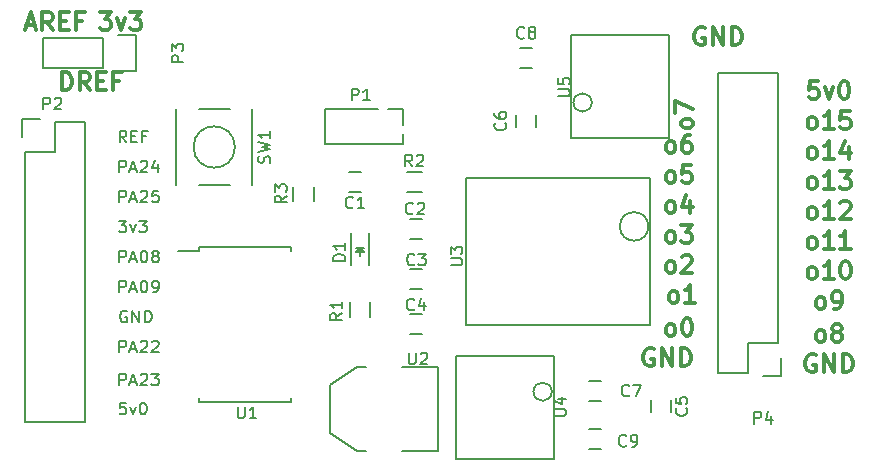
<source format=gto>
G04 #@! TF.FileFunction,Legend,Top*
%FSLAX46Y46*%
G04 Gerber Fmt 4.6, Leading zero omitted, Abs format (unit mm)*
G04 Created by KiCad (PCBNEW 4.0.1-stable) date Wednesday, August 10, 2016 'PMt' 07:16:23 PM*
%MOMM*%
G01*
G04 APERTURE LIST*
%ADD10C,0.100000*%
%ADD11C,0.300000*%
%ADD12C,0.150000*%
G04 APERTURE END LIST*
D10*
D11*
X120725715Y-116248571D02*
X120725715Y-114748571D01*
X121082858Y-114748571D01*
X121297143Y-114820000D01*
X121440001Y-114962857D01*
X121511429Y-115105714D01*
X121582858Y-115391429D01*
X121582858Y-115605714D01*
X121511429Y-115891429D01*
X121440001Y-116034286D01*
X121297143Y-116177143D01*
X121082858Y-116248571D01*
X120725715Y-116248571D01*
X123082858Y-116248571D02*
X122582858Y-115534286D01*
X122225715Y-116248571D02*
X122225715Y-114748571D01*
X122797143Y-114748571D01*
X122940001Y-114820000D01*
X123011429Y-114891429D01*
X123082858Y-115034286D01*
X123082858Y-115248571D01*
X123011429Y-115391429D01*
X122940001Y-115462857D01*
X122797143Y-115534286D01*
X122225715Y-115534286D01*
X123725715Y-115462857D02*
X124225715Y-115462857D01*
X124440001Y-116248571D02*
X123725715Y-116248571D01*
X123725715Y-114748571D01*
X124440001Y-114748571D01*
X125582858Y-115462857D02*
X125082858Y-115462857D01*
X125082858Y-116248571D02*
X125082858Y-114748571D01*
X125797144Y-114748571D01*
X123944287Y-109668571D02*
X124872858Y-109668571D01*
X124372858Y-110240000D01*
X124587144Y-110240000D01*
X124730001Y-110311429D01*
X124801430Y-110382857D01*
X124872858Y-110525714D01*
X124872858Y-110882857D01*
X124801430Y-111025714D01*
X124730001Y-111097143D01*
X124587144Y-111168571D01*
X124158572Y-111168571D01*
X124015715Y-111097143D01*
X123944287Y-111025714D01*
X125372858Y-110168571D02*
X125730001Y-111168571D01*
X126087143Y-110168571D01*
X126515715Y-109668571D02*
X127444286Y-109668571D01*
X126944286Y-110240000D01*
X127158572Y-110240000D01*
X127301429Y-110311429D01*
X127372858Y-110382857D01*
X127444286Y-110525714D01*
X127444286Y-110882857D01*
X127372858Y-111025714D01*
X127301429Y-111097143D01*
X127158572Y-111168571D01*
X126730000Y-111168571D01*
X126587143Y-111097143D01*
X126515715Y-111025714D01*
X117713429Y-110740000D02*
X118427715Y-110740000D01*
X117570572Y-111168571D02*
X118070572Y-109668571D01*
X118570572Y-111168571D01*
X119927715Y-111168571D02*
X119427715Y-110454286D01*
X119070572Y-111168571D02*
X119070572Y-109668571D01*
X119642000Y-109668571D01*
X119784858Y-109740000D01*
X119856286Y-109811429D01*
X119927715Y-109954286D01*
X119927715Y-110168571D01*
X119856286Y-110311429D01*
X119784858Y-110382857D01*
X119642000Y-110454286D01*
X119070572Y-110454286D01*
X120570572Y-110382857D02*
X121070572Y-110382857D01*
X121284858Y-111168571D02*
X120570572Y-111168571D01*
X120570572Y-109668571D01*
X121284858Y-109668571D01*
X122427715Y-110382857D02*
X121927715Y-110382857D01*
X121927715Y-111168571D02*
X121927715Y-109668571D01*
X122642001Y-109668571D01*
X172152572Y-137076571D02*
X172009714Y-137005143D01*
X171938286Y-136933714D01*
X171866857Y-136790857D01*
X171866857Y-136362286D01*
X171938286Y-136219429D01*
X172009714Y-136148000D01*
X172152572Y-136076571D01*
X172366857Y-136076571D01*
X172509714Y-136148000D01*
X172581143Y-136219429D01*
X172652572Y-136362286D01*
X172652572Y-136790857D01*
X172581143Y-136933714D01*
X172509714Y-137005143D01*
X172366857Y-137076571D01*
X172152572Y-137076571D01*
X173581143Y-135576571D02*
X173724000Y-135576571D01*
X173866857Y-135648000D01*
X173938286Y-135719429D01*
X174009715Y-135862286D01*
X174081143Y-136148000D01*
X174081143Y-136505143D01*
X174009715Y-136790857D01*
X173938286Y-136933714D01*
X173866857Y-137005143D01*
X173724000Y-137076571D01*
X173581143Y-137076571D01*
X173438286Y-137005143D01*
X173366857Y-136933714D01*
X173295429Y-136790857D01*
X173224000Y-136505143D01*
X173224000Y-136148000D01*
X173295429Y-135862286D01*
X173366857Y-135719429D01*
X173438286Y-135648000D01*
X173581143Y-135576571D01*
X175133143Y-111010000D02*
X174990286Y-110938571D01*
X174776000Y-110938571D01*
X174561715Y-111010000D01*
X174418857Y-111152857D01*
X174347429Y-111295714D01*
X174276000Y-111581429D01*
X174276000Y-111795714D01*
X174347429Y-112081429D01*
X174418857Y-112224286D01*
X174561715Y-112367143D01*
X174776000Y-112438571D01*
X174918857Y-112438571D01*
X175133143Y-112367143D01*
X175204572Y-112295714D01*
X175204572Y-111795714D01*
X174918857Y-111795714D01*
X175847429Y-112438571D02*
X175847429Y-110938571D01*
X176704572Y-112438571D01*
X176704572Y-110938571D01*
X177418858Y-112438571D02*
X177418858Y-110938571D01*
X177776001Y-110938571D01*
X177990286Y-111010000D01*
X178133144Y-111152857D01*
X178204572Y-111295714D01*
X178276001Y-111581429D01*
X178276001Y-111795714D01*
X178204572Y-112081429D01*
X178133144Y-112224286D01*
X177990286Y-112367143D01*
X177776001Y-112438571D01*
X177418858Y-112438571D01*
X172152572Y-121582571D02*
X172009714Y-121511143D01*
X171938286Y-121439714D01*
X171866857Y-121296857D01*
X171866857Y-120868286D01*
X171938286Y-120725429D01*
X172009714Y-120654000D01*
X172152572Y-120582571D01*
X172366857Y-120582571D01*
X172509714Y-120654000D01*
X172581143Y-120725429D01*
X172652572Y-120868286D01*
X172652572Y-121296857D01*
X172581143Y-121439714D01*
X172509714Y-121511143D01*
X172366857Y-121582571D01*
X172152572Y-121582571D01*
X173938286Y-120082571D02*
X173652572Y-120082571D01*
X173509715Y-120154000D01*
X173438286Y-120225429D01*
X173295429Y-120439714D01*
X173224000Y-120725429D01*
X173224000Y-121296857D01*
X173295429Y-121439714D01*
X173366857Y-121511143D01*
X173509715Y-121582571D01*
X173795429Y-121582571D01*
X173938286Y-121511143D01*
X174009715Y-121439714D01*
X174081143Y-121296857D01*
X174081143Y-120939714D01*
X174009715Y-120796857D01*
X173938286Y-120725429D01*
X173795429Y-120654000D01*
X173509715Y-120654000D01*
X173366857Y-120725429D01*
X173295429Y-120796857D01*
X173224000Y-120939714D01*
X174160571Y-119185428D02*
X174089143Y-119328286D01*
X174017714Y-119399714D01*
X173874857Y-119471143D01*
X173446286Y-119471143D01*
X173303429Y-119399714D01*
X173232000Y-119328286D01*
X173160571Y-119185428D01*
X173160571Y-118971143D01*
X173232000Y-118828286D01*
X173303429Y-118756857D01*
X173446286Y-118685428D01*
X173874857Y-118685428D01*
X174017714Y-118756857D01*
X174089143Y-118828286D01*
X174160571Y-118971143D01*
X174160571Y-119185428D01*
X172660571Y-118185428D02*
X172660571Y-117185428D01*
X174160571Y-117828285D01*
X172152572Y-124122571D02*
X172009714Y-124051143D01*
X171938286Y-123979714D01*
X171866857Y-123836857D01*
X171866857Y-123408286D01*
X171938286Y-123265429D01*
X172009714Y-123194000D01*
X172152572Y-123122571D01*
X172366857Y-123122571D01*
X172509714Y-123194000D01*
X172581143Y-123265429D01*
X172652572Y-123408286D01*
X172652572Y-123836857D01*
X172581143Y-123979714D01*
X172509714Y-124051143D01*
X172366857Y-124122571D01*
X172152572Y-124122571D01*
X174009715Y-122622571D02*
X173295429Y-122622571D01*
X173224000Y-123336857D01*
X173295429Y-123265429D01*
X173438286Y-123194000D01*
X173795429Y-123194000D01*
X173938286Y-123265429D01*
X174009715Y-123336857D01*
X174081143Y-123479714D01*
X174081143Y-123836857D01*
X174009715Y-123979714D01*
X173938286Y-124051143D01*
X173795429Y-124122571D01*
X173438286Y-124122571D01*
X173295429Y-124051143D01*
X173224000Y-123979714D01*
X172406572Y-134282571D02*
X172263714Y-134211143D01*
X172192286Y-134139714D01*
X172120857Y-133996857D01*
X172120857Y-133568286D01*
X172192286Y-133425429D01*
X172263714Y-133354000D01*
X172406572Y-133282571D01*
X172620857Y-133282571D01*
X172763714Y-133354000D01*
X172835143Y-133425429D01*
X172906572Y-133568286D01*
X172906572Y-133996857D01*
X172835143Y-134139714D01*
X172763714Y-134211143D01*
X172620857Y-134282571D01*
X172406572Y-134282571D01*
X174335143Y-134282571D02*
X173478000Y-134282571D01*
X173906572Y-134282571D02*
X173906572Y-132782571D01*
X173763715Y-132996857D01*
X173620857Y-133139714D01*
X173478000Y-133211143D01*
X172152572Y-129202571D02*
X172009714Y-129131143D01*
X171938286Y-129059714D01*
X171866857Y-128916857D01*
X171866857Y-128488286D01*
X171938286Y-128345429D01*
X172009714Y-128274000D01*
X172152572Y-128202571D01*
X172366857Y-128202571D01*
X172509714Y-128274000D01*
X172581143Y-128345429D01*
X172652572Y-128488286D01*
X172652572Y-128916857D01*
X172581143Y-129059714D01*
X172509714Y-129131143D01*
X172366857Y-129202571D01*
X172152572Y-129202571D01*
X173152572Y-127702571D02*
X174081143Y-127702571D01*
X173581143Y-128274000D01*
X173795429Y-128274000D01*
X173938286Y-128345429D01*
X174009715Y-128416857D01*
X174081143Y-128559714D01*
X174081143Y-128916857D01*
X174009715Y-129059714D01*
X173938286Y-129131143D01*
X173795429Y-129202571D01*
X173366857Y-129202571D01*
X173224000Y-129131143D01*
X173152572Y-129059714D01*
X172152572Y-131742571D02*
X172009714Y-131671143D01*
X171938286Y-131599714D01*
X171866857Y-131456857D01*
X171866857Y-131028286D01*
X171938286Y-130885429D01*
X172009714Y-130814000D01*
X172152572Y-130742571D01*
X172366857Y-130742571D01*
X172509714Y-130814000D01*
X172581143Y-130885429D01*
X172652572Y-131028286D01*
X172652572Y-131456857D01*
X172581143Y-131599714D01*
X172509714Y-131671143D01*
X172366857Y-131742571D01*
X172152572Y-131742571D01*
X173224000Y-130385429D02*
X173295429Y-130314000D01*
X173438286Y-130242571D01*
X173795429Y-130242571D01*
X173938286Y-130314000D01*
X174009715Y-130385429D01*
X174081143Y-130528286D01*
X174081143Y-130671143D01*
X174009715Y-130885429D01*
X173152572Y-131742571D01*
X174081143Y-131742571D01*
X172152572Y-126662571D02*
X172009714Y-126591143D01*
X171938286Y-126519714D01*
X171866857Y-126376857D01*
X171866857Y-125948286D01*
X171938286Y-125805429D01*
X172009714Y-125734000D01*
X172152572Y-125662571D01*
X172366857Y-125662571D01*
X172509714Y-125734000D01*
X172581143Y-125805429D01*
X172652572Y-125948286D01*
X172652572Y-126376857D01*
X172581143Y-126519714D01*
X172509714Y-126591143D01*
X172366857Y-126662571D01*
X172152572Y-126662571D01*
X173938286Y-125662571D02*
X173938286Y-126662571D01*
X173581143Y-125091143D02*
X173224000Y-126162571D01*
X174152572Y-126162571D01*
X170815143Y-138188000D02*
X170672286Y-138116571D01*
X170458000Y-138116571D01*
X170243715Y-138188000D01*
X170100857Y-138330857D01*
X170029429Y-138473714D01*
X169958000Y-138759429D01*
X169958000Y-138973714D01*
X170029429Y-139259429D01*
X170100857Y-139402286D01*
X170243715Y-139545143D01*
X170458000Y-139616571D01*
X170600857Y-139616571D01*
X170815143Y-139545143D01*
X170886572Y-139473714D01*
X170886572Y-138973714D01*
X170600857Y-138973714D01*
X171529429Y-139616571D02*
X171529429Y-138116571D01*
X172386572Y-139616571D01*
X172386572Y-138116571D01*
X173100858Y-139616571D02*
X173100858Y-138116571D01*
X173458001Y-138116571D01*
X173672286Y-138188000D01*
X173815144Y-138330857D01*
X173886572Y-138473714D01*
X173958001Y-138759429D01*
X173958001Y-138973714D01*
X173886572Y-139259429D01*
X173815144Y-139402286D01*
X173672286Y-139545143D01*
X173458001Y-139616571D01*
X173100858Y-139616571D01*
X184531143Y-138696000D02*
X184388286Y-138624571D01*
X184174000Y-138624571D01*
X183959715Y-138696000D01*
X183816857Y-138838857D01*
X183745429Y-138981714D01*
X183674000Y-139267429D01*
X183674000Y-139481714D01*
X183745429Y-139767429D01*
X183816857Y-139910286D01*
X183959715Y-140053143D01*
X184174000Y-140124571D01*
X184316857Y-140124571D01*
X184531143Y-140053143D01*
X184602572Y-139981714D01*
X184602572Y-139481714D01*
X184316857Y-139481714D01*
X185245429Y-140124571D02*
X185245429Y-138624571D01*
X186102572Y-140124571D01*
X186102572Y-138624571D01*
X186816858Y-140124571D02*
X186816858Y-138624571D01*
X187174001Y-138624571D01*
X187388286Y-138696000D01*
X187531144Y-138838857D01*
X187602572Y-138981714D01*
X187674001Y-139267429D01*
X187674001Y-139481714D01*
X187602572Y-139767429D01*
X187531144Y-139910286D01*
X187388286Y-140053143D01*
X187174001Y-140124571D01*
X186816858Y-140124571D01*
X184852572Y-137584571D02*
X184709714Y-137513143D01*
X184638286Y-137441714D01*
X184566857Y-137298857D01*
X184566857Y-136870286D01*
X184638286Y-136727429D01*
X184709714Y-136656000D01*
X184852572Y-136584571D01*
X185066857Y-136584571D01*
X185209714Y-136656000D01*
X185281143Y-136727429D01*
X185352572Y-136870286D01*
X185352572Y-137298857D01*
X185281143Y-137441714D01*
X185209714Y-137513143D01*
X185066857Y-137584571D01*
X184852572Y-137584571D01*
X186209715Y-136727429D02*
X186066857Y-136656000D01*
X185995429Y-136584571D01*
X185924000Y-136441714D01*
X185924000Y-136370286D01*
X185995429Y-136227429D01*
X186066857Y-136156000D01*
X186209715Y-136084571D01*
X186495429Y-136084571D01*
X186638286Y-136156000D01*
X186709715Y-136227429D01*
X186781143Y-136370286D01*
X186781143Y-136441714D01*
X186709715Y-136584571D01*
X186638286Y-136656000D01*
X186495429Y-136727429D01*
X186209715Y-136727429D01*
X186066857Y-136798857D01*
X185995429Y-136870286D01*
X185924000Y-137013143D01*
X185924000Y-137298857D01*
X185995429Y-137441714D01*
X186066857Y-137513143D01*
X186209715Y-137584571D01*
X186495429Y-137584571D01*
X186638286Y-137513143D01*
X186709715Y-137441714D01*
X186781143Y-137298857D01*
X186781143Y-137013143D01*
X186709715Y-136870286D01*
X186638286Y-136798857D01*
X186495429Y-136727429D01*
X184852572Y-134790571D02*
X184709714Y-134719143D01*
X184638286Y-134647714D01*
X184566857Y-134504857D01*
X184566857Y-134076286D01*
X184638286Y-133933429D01*
X184709714Y-133862000D01*
X184852572Y-133790571D01*
X185066857Y-133790571D01*
X185209714Y-133862000D01*
X185281143Y-133933429D01*
X185352572Y-134076286D01*
X185352572Y-134504857D01*
X185281143Y-134647714D01*
X185209714Y-134719143D01*
X185066857Y-134790571D01*
X184852572Y-134790571D01*
X186066857Y-134790571D02*
X186352572Y-134790571D01*
X186495429Y-134719143D01*
X186566857Y-134647714D01*
X186709715Y-134433429D01*
X186781143Y-134147714D01*
X186781143Y-133576286D01*
X186709715Y-133433429D01*
X186638286Y-133362000D01*
X186495429Y-133290571D01*
X186209715Y-133290571D01*
X186066857Y-133362000D01*
X185995429Y-133433429D01*
X185924000Y-133576286D01*
X185924000Y-133933429D01*
X185995429Y-134076286D01*
X186066857Y-134147714D01*
X186209715Y-134219143D01*
X186495429Y-134219143D01*
X186638286Y-134147714D01*
X186709715Y-134076286D01*
X186781143Y-133933429D01*
X184138287Y-132250571D02*
X183995429Y-132179143D01*
X183924001Y-132107714D01*
X183852572Y-131964857D01*
X183852572Y-131536286D01*
X183924001Y-131393429D01*
X183995429Y-131322000D01*
X184138287Y-131250571D01*
X184352572Y-131250571D01*
X184495429Y-131322000D01*
X184566858Y-131393429D01*
X184638287Y-131536286D01*
X184638287Y-131964857D01*
X184566858Y-132107714D01*
X184495429Y-132179143D01*
X184352572Y-132250571D01*
X184138287Y-132250571D01*
X186066858Y-132250571D02*
X185209715Y-132250571D01*
X185638287Y-132250571D02*
X185638287Y-130750571D01*
X185495430Y-130964857D01*
X185352572Y-131107714D01*
X185209715Y-131179143D01*
X186995429Y-130750571D02*
X187138286Y-130750571D01*
X187281143Y-130822000D01*
X187352572Y-130893429D01*
X187424001Y-131036286D01*
X187495429Y-131322000D01*
X187495429Y-131679143D01*
X187424001Y-131964857D01*
X187352572Y-132107714D01*
X187281143Y-132179143D01*
X187138286Y-132250571D01*
X186995429Y-132250571D01*
X186852572Y-132179143D01*
X186781143Y-132107714D01*
X186709715Y-131964857D01*
X186638286Y-131679143D01*
X186638286Y-131322000D01*
X186709715Y-131036286D01*
X186781143Y-130893429D01*
X186852572Y-130822000D01*
X186995429Y-130750571D01*
X184138287Y-129710571D02*
X183995429Y-129639143D01*
X183924001Y-129567714D01*
X183852572Y-129424857D01*
X183852572Y-128996286D01*
X183924001Y-128853429D01*
X183995429Y-128782000D01*
X184138287Y-128710571D01*
X184352572Y-128710571D01*
X184495429Y-128782000D01*
X184566858Y-128853429D01*
X184638287Y-128996286D01*
X184638287Y-129424857D01*
X184566858Y-129567714D01*
X184495429Y-129639143D01*
X184352572Y-129710571D01*
X184138287Y-129710571D01*
X186066858Y-129710571D02*
X185209715Y-129710571D01*
X185638287Y-129710571D02*
X185638287Y-128210571D01*
X185495430Y-128424857D01*
X185352572Y-128567714D01*
X185209715Y-128639143D01*
X187495429Y-129710571D02*
X186638286Y-129710571D01*
X187066858Y-129710571D02*
X187066858Y-128210571D01*
X186924001Y-128424857D01*
X186781143Y-128567714D01*
X186638286Y-128639143D01*
X184138287Y-127170571D02*
X183995429Y-127099143D01*
X183924001Y-127027714D01*
X183852572Y-126884857D01*
X183852572Y-126456286D01*
X183924001Y-126313429D01*
X183995429Y-126242000D01*
X184138287Y-126170571D01*
X184352572Y-126170571D01*
X184495429Y-126242000D01*
X184566858Y-126313429D01*
X184638287Y-126456286D01*
X184638287Y-126884857D01*
X184566858Y-127027714D01*
X184495429Y-127099143D01*
X184352572Y-127170571D01*
X184138287Y-127170571D01*
X186066858Y-127170571D02*
X185209715Y-127170571D01*
X185638287Y-127170571D02*
X185638287Y-125670571D01*
X185495430Y-125884857D01*
X185352572Y-126027714D01*
X185209715Y-126099143D01*
X186638286Y-125813429D02*
X186709715Y-125742000D01*
X186852572Y-125670571D01*
X187209715Y-125670571D01*
X187352572Y-125742000D01*
X187424001Y-125813429D01*
X187495429Y-125956286D01*
X187495429Y-126099143D01*
X187424001Y-126313429D01*
X186566858Y-127170571D01*
X187495429Y-127170571D01*
X184138287Y-124630571D02*
X183995429Y-124559143D01*
X183924001Y-124487714D01*
X183852572Y-124344857D01*
X183852572Y-123916286D01*
X183924001Y-123773429D01*
X183995429Y-123702000D01*
X184138287Y-123630571D01*
X184352572Y-123630571D01*
X184495429Y-123702000D01*
X184566858Y-123773429D01*
X184638287Y-123916286D01*
X184638287Y-124344857D01*
X184566858Y-124487714D01*
X184495429Y-124559143D01*
X184352572Y-124630571D01*
X184138287Y-124630571D01*
X186066858Y-124630571D02*
X185209715Y-124630571D01*
X185638287Y-124630571D02*
X185638287Y-123130571D01*
X185495430Y-123344857D01*
X185352572Y-123487714D01*
X185209715Y-123559143D01*
X186566858Y-123130571D02*
X187495429Y-123130571D01*
X186995429Y-123702000D01*
X187209715Y-123702000D01*
X187352572Y-123773429D01*
X187424001Y-123844857D01*
X187495429Y-123987714D01*
X187495429Y-124344857D01*
X187424001Y-124487714D01*
X187352572Y-124559143D01*
X187209715Y-124630571D01*
X186781143Y-124630571D01*
X186638286Y-124559143D01*
X186566858Y-124487714D01*
X184138287Y-122090571D02*
X183995429Y-122019143D01*
X183924001Y-121947714D01*
X183852572Y-121804857D01*
X183852572Y-121376286D01*
X183924001Y-121233429D01*
X183995429Y-121162000D01*
X184138287Y-121090571D01*
X184352572Y-121090571D01*
X184495429Y-121162000D01*
X184566858Y-121233429D01*
X184638287Y-121376286D01*
X184638287Y-121804857D01*
X184566858Y-121947714D01*
X184495429Y-122019143D01*
X184352572Y-122090571D01*
X184138287Y-122090571D01*
X186066858Y-122090571D02*
X185209715Y-122090571D01*
X185638287Y-122090571D02*
X185638287Y-120590571D01*
X185495430Y-120804857D01*
X185352572Y-120947714D01*
X185209715Y-121019143D01*
X187352572Y-121090571D02*
X187352572Y-122090571D01*
X186995429Y-120519143D02*
X186638286Y-121590571D01*
X187566858Y-121590571D01*
X184138287Y-119550571D02*
X183995429Y-119479143D01*
X183924001Y-119407714D01*
X183852572Y-119264857D01*
X183852572Y-118836286D01*
X183924001Y-118693429D01*
X183995429Y-118622000D01*
X184138287Y-118550571D01*
X184352572Y-118550571D01*
X184495429Y-118622000D01*
X184566858Y-118693429D01*
X184638287Y-118836286D01*
X184638287Y-119264857D01*
X184566858Y-119407714D01*
X184495429Y-119479143D01*
X184352572Y-119550571D01*
X184138287Y-119550571D01*
X186066858Y-119550571D02*
X185209715Y-119550571D01*
X185638287Y-119550571D02*
X185638287Y-118050571D01*
X185495430Y-118264857D01*
X185352572Y-118407714D01*
X185209715Y-118479143D01*
X187424001Y-118050571D02*
X186709715Y-118050571D01*
X186638286Y-118764857D01*
X186709715Y-118693429D01*
X186852572Y-118622000D01*
X187209715Y-118622000D01*
X187352572Y-118693429D01*
X187424001Y-118764857D01*
X187495429Y-118907714D01*
X187495429Y-119264857D01*
X187424001Y-119407714D01*
X187352572Y-119479143D01*
X187209715Y-119550571D01*
X186852572Y-119550571D01*
X186709715Y-119479143D01*
X186638286Y-119407714D01*
X184745430Y-115510571D02*
X184031144Y-115510571D01*
X183959715Y-116224857D01*
X184031144Y-116153429D01*
X184174001Y-116082000D01*
X184531144Y-116082000D01*
X184674001Y-116153429D01*
X184745430Y-116224857D01*
X184816858Y-116367714D01*
X184816858Y-116724857D01*
X184745430Y-116867714D01*
X184674001Y-116939143D01*
X184531144Y-117010571D01*
X184174001Y-117010571D01*
X184031144Y-116939143D01*
X183959715Y-116867714D01*
X185316858Y-116010571D02*
X185674001Y-117010571D01*
X186031143Y-116010571D01*
X186888286Y-115510571D02*
X187031143Y-115510571D01*
X187174000Y-115582000D01*
X187245429Y-115653429D01*
X187316858Y-115796286D01*
X187388286Y-116082000D01*
X187388286Y-116439143D01*
X187316858Y-116724857D01*
X187245429Y-116867714D01*
X187174000Y-116939143D01*
X187031143Y-117010571D01*
X186888286Y-117010571D01*
X186745429Y-116939143D01*
X186674000Y-116867714D01*
X186602572Y-116724857D01*
X186531143Y-116439143D01*
X186531143Y-116082000D01*
X186602572Y-115796286D01*
X186674000Y-115653429D01*
X186745429Y-115582000D01*
X186888286Y-115510571D01*
D12*
X126126953Y-142708381D02*
X125650762Y-142708381D01*
X125603143Y-143184571D01*
X125650762Y-143136952D01*
X125746000Y-143089333D01*
X125984096Y-143089333D01*
X126079334Y-143136952D01*
X126126953Y-143184571D01*
X126174572Y-143279810D01*
X126174572Y-143517905D01*
X126126953Y-143613143D01*
X126079334Y-143660762D01*
X125984096Y-143708381D01*
X125746000Y-143708381D01*
X125650762Y-143660762D01*
X125603143Y-143613143D01*
X126507905Y-143041714D02*
X126746000Y-143708381D01*
X126984096Y-143041714D01*
X127555524Y-142708381D02*
X127650763Y-142708381D01*
X127746001Y-142756000D01*
X127793620Y-142803619D01*
X127841239Y-142898857D01*
X127888858Y-143089333D01*
X127888858Y-143327429D01*
X127841239Y-143517905D01*
X127793620Y-143613143D01*
X127746001Y-143660762D01*
X127650763Y-143708381D01*
X127555524Y-143708381D01*
X127460286Y-143660762D01*
X127412667Y-143613143D01*
X127365048Y-143517905D01*
X127317429Y-143327429D01*
X127317429Y-143089333D01*
X127365048Y-142898857D01*
X127412667Y-142803619D01*
X127460286Y-142756000D01*
X127555524Y-142708381D01*
X125587601Y-141244191D02*
X125587601Y-140244191D01*
X125968554Y-140244191D01*
X126063792Y-140291810D01*
X126111411Y-140339429D01*
X126159030Y-140434667D01*
X126159030Y-140577524D01*
X126111411Y-140672762D01*
X126063792Y-140720381D01*
X125968554Y-140768000D01*
X125587601Y-140768000D01*
X126539982Y-140958477D02*
X127016173Y-140958477D01*
X126444744Y-141244191D02*
X126778077Y-140244191D01*
X127111411Y-141244191D01*
X127397125Y-140339429D02*
X127444744Y-140291810D01*
X127539982Y-140244191D01*
X127778078Y-140244191D01*
X127873316Y-140291810D01*
X127920935Y-140339429D01*
X127968554Y-140434667D01*
X127968554Y-140529905D01*
X127920935Y-140672762D01*
X127349506Y-141244191D01*
X127968554Y-141244191D01*
X128301887Y-140244191D02*
X128920935Y-140244191D01*
X128587601Y-140625143D01*
X128730459Y-140625143D01*
X128825697Y-140672762D01*
X128873316Y-140720381D01*
X128920935Y-140815620D01*
X128920935Y-141053715D01*
X128873316Y-141148953D01*
X128825697Y-141196572D01*
X128730459Y-141244191D01*
X128444744Y-141244191D01*
X128349506Y-141196572D01*
X128301887Y-141148953D01*
X125587601Y-138450191D02*
X125587601Y-137450191D01*
X125968554Y-137450191D01*
X126063792Y-137497810D01*
X126111411Y-137545429D01*
X126159030Y-137640667D01*
X126159030Y-137783524D01*
X126111411Y-137878762D01*
X126063792Y-137926381D01*
X125968554Y-137974000D01*
X125587601Y-137974000D01*
X126539982Y-138164477D02*
X127016173Y-138164477D01*
X126444744Y-138450191D02*
X126778077Y-137450191D01*
X127111411Y-138450191D01*
X127397125Y-137545429D02*
X127444744Y-137497810D01*
X127539982Y-137450191D01*
X127778078Y-137450191D01*
X127873316Y-137497810D01*
X127920935Y-137545429D01*
X127968554Y-137640667D01*
X127968554Y-137735905D01*
X127920935Y-137878762D01*
X127349506Y-138450191D01*
X127968554Y-138450191D01*
X128349506Y-137545429D02*
X128397125Y-137497810D01*
X128492363Y-137450191D01*
X128730459Y-137450191D01*
X128825697Y-137497810D01*
X128873316Y-137545429D01*
X128920935Y-137640667D01*
X128920935Y-137735905D01*
X128873316Y-137878762D01*
X128301887Y-138450191D01*
X128920935Y-138450191D01*
X126214554Y-134957810D02*
X126119316Y-134910191D01*
X125976459Y-134910191D01*
X125833601Y-134957810D01*
X125738363Y-135053048D01*
X125690744Y-135148286D01*
X125643125Y-135338762D01*
X125643125Y-135481620D01*
X125690744Y-135672096D01*
X125738363Y-135767334D01*
X125833601Y-135862572D01*
X125976459Y-135910191D01*
X126071697Y-135910191D01*
X126214554Y-135862572D01*
X126262173Y-135814953D01*
X126262173Y-135481620D01*
X126071697Y-135481620D01*
X126690744Y-135910191D02*
X126690744Y-134910191D01*
X127262173Y-135910191D01*
X127262173Y-134910191D01*
X127738363Y-135910191D02*
X127738363Y-134910191D01*
X127976458Y-134910191D01*
X128119316Y-134957810D01*
X128214554Y-135053048D01*
X128262173Y-135148286D01*
X128309792Y-135338762D01*
X128309792Y-135481620D01*
X128262173Y-135672096D01*
X128214554Y-135767334D01*
X128119316Y-135862572D01*
X127976458Y-135910191D01*
X127738363Y-135910191D01*
X125587601Y-133370191D02*
X125587601Y-132370191D01*
X125968554Y-132370191D01*
X126063792Y-132417810D01*
X126111411Y-132465429D01*
X126159030Y-132560667D01*
X126159030Y-132703524D01*
X126111411Y-132798762D01*
X126063792Y-132846381D01*
X125968554Y-132894000D01*
X125587601Y-132894000D01*
X126539982Y-133084477D02*
X127016173Y-133084477D01*
X126444744Y-133370191D02*
X126778077Y-132370191D01*
X127111411Y-133370191D01*
X127635220Y-132370191D02*
X127730459Y-132370191D01*
X127825697Y-132417810D01*
X127873316Y-132465429D01*
X127920935Y-132560667D01*
X127968554Y-132751143D01*
X127968554Y-132989239D01*
X127920935Y-133179715D01*
X127873316Y-133274953D01*
X127825697Y-133322572D01*
X127730459Y-133370191D01*
X127635220Y-133370191D01*
X127539982Y-133322572D01*
X127492363Y-133274953D01*
X127444744Y-133179715D01*
X127397125Y-132989239D01*
X127397125Y-132751143D01*
X127444744Y-132560667D01*
X127492363Y-132465429D01*
X127539982Y-132417810D01*
X127635220Y-132370191D01*
X128444744Y-133370191D02*
X128635220Y-133370191D01*
X128730459Y-133322572D01*
X128778078Y-133274953D01*
X128873316Y-133132096D01*
X128920935Y-132941620D01*
X128920935Y-132560667D01*
X128873316Y-132465429D01*
X128825697Y-132417810D01*
X128730459Y-132370191D01*
X128539982Y-132370191D01*
X128444744Y-132417810D01*
X128397125Y-132465429D01*
X128349506Y-132560667D01*
X128349506Y-132798762D01*
X128397125Y-132894000D01*
X128444744Y-132941620D01*
X128539982Y-132989239D01*
X128730459Y-132989239D01*
X128825697Y-132941620D01*
X128873316Y-132894000D01*
X128920935Y-132798762D01*
X125587601Y-130830191D02*
X125587601Y-129830191D01*
X125968554Y-129830191D01*
X126063792Y-129877810D01*
X126111411Y-129925429D01*
X126159030Y-130020667D01*
X126159030Y-130163524D01*
X126111411Y-130258762D01*
X126063792Y-130306381D01*
X125968554Y-130354000D01*
X125587601Y-130354000D01*
X126539982Y-130544477D02*
X127016173Y-130544477D01*
X126444744Y-130830191D02*
X126778077Y-129830191D01*
X127111411Y-130830191D01*
X127635220Y-129830191D02*
X127730459Y-129830191D01*
X127825697Y-129877810D01*
X127873316Y-129925429D01*
X127920935Y-130020667D01*
X127968554Y-130211143D01*
X127968554Y-130449239D01*
X127920935Y-130639715D01*
X127873316Y-130734953D01*
X127825697Y-130782572D01*
X127730459Y-130830191D01*
X127635220Y-130830191D01*
X127539982Y-130782572D01*
X127492363Y-130734953D01*
X127444744Y-130639715D01*
X127397125Y-130449239D01*
X127397125Y-130211143D01*
X127444744Y-130020667D01*
X127492363Y-129925429D01*
X127539982Y-129877810D01*
X127635220Y-129830191D01*
X128539982Y-130258762D02*
X128444744Y-130211143D01*
X128397125Y-130163524D01*
X128349506Y-130068286D01*
X128349506Y-130020667D01*
X128397125Y-129925429D01*
X128444744Y-129877810D01*
X128539982Y-129830191D01*
X128730459Y-129830191D01*
X128825697Y-129877810D01*
X128873316Y-129925429D01*
X128920935Y-130020667D01*
X128920935Y-130068286D01*
X128873316Y-130163524D01*
X128825697Y-130211143D01*
X128730459Y-130258762D01*
X128539982Y-130258762D01*
X128444744Y-130306381D01*
X128397125Y-130354000D01*
X128349506Y-130449239D01*
X128349506Y-130639715D01*
X128397125Y-130734953D01*
X128444744Y-130782572D01*
X128539982Y-130830191D01*
X128730459Y-130830191D01*
X128825697Y-130782572D01*
X128873316Y-130734953D01*
X128920935Y-130639715D01*
X128920935Y-130449239D01*
X128873316Y-130354000D01*
X128825697Y-130306381D01*
X128730459Y-130258762D01*
X125555524Y-127290191D02*
X126174572Y-127290191D01*
X125841238Y-127671143D01*
X125984096Y-127671143D01*
X126079334Y-127718762D01*
X126126953Y-127766381D01*
X126174572Y-127861620D01*
X126174572Y-128099715D01*
X126126953Y-128194953D01*
X126079334Y-128242572D01*
X125984096Y-128290191D01*
X125698381Y-128290191D01*
X125603143Y-128242572D01*
X125555524Y-128194953D01*
X126507905Y-127623524D02*
X126746000Y-128290191D01*
X126984096Y-127623524D01*
X127269810Y-127290191D02*
X127888858Y-127290191D01*
X127555524Y-127671143D01*
X127698382Y-127671143D01*
X127793620Y-127718762D01*
X127841239Y-127766381D01*
X127888858Y-127861620D01*
X127888858Y-128099715D01*
X127841239Y-128194953D01*
X127793620Y-128242572D01*
X127698382Y-128290191D01*
X127412667Y-128290191D01*
X127317429Y-128242572D01*
X127269810Y-128194953D01*
X125587601Y-125750191D02*
X125587601Y-124750191D01*
X125968554Y-124750191D01*
X126063792Y-124797810D01*
X126111411Y-124845429D01*
X126159030Y-124940667D01*
X126159030Y-125083524D01*
X126111411Y-125178762D01*
X126063792Y-125226381D01*
X125968554Y-125274000D01*
X125587601Y-125274000D01*
X126539982Y-125464477D02*
X127016173Y-125464477D01*
X126444744Y-125750191D02*
X126778077Y-124750191D01*
X127111411Y-125750191D01*
X127397125Y-124845429D02*
X127444744Y-124797810D01*
X127539982Y-124750191D01*
X127778078Y-124750191D01*
X127873316Y-124797810D01*
X127920935Y-124845429D01*
X127968554Y-124940667D01*
X127968554Y-125035905D01*
X127920935Y-125178762D01*
X127349506Y-125750191D01*
X127968554Y-125750191D01*
X128873316Y-124750191D02*
X128397125Y-124750191D01*
X128349506Y-125226381D01*
X128397125Y-125178762D01*
X128492363Y-125131143D01*
X128730459Y-125131143D01*
X128825697Y-125178762D01*
X128873316Y-125226381D01*
X128920935Y-125321620D01*
X128920935Y-125559715D01*
X128873316Y-125654953D01*
X128825697Y-125702572D01*
X128730459Y-125750191D01*
X128492363Y-125750191D01*
X128397125Y-125702572D01*
X128349506Y-125654953D01*
X125587601Y-123210191D02*
X125587601Y-122210191D01*
X125968554Y-122210191D01*
X126063792Y-122257810D01*
X126111411Y-122305429D01*
X126159030Y-122400667D01*
X126159030Y-122543524D01*
X126111411Y-122638762D01*
X126063792Y-122686381D01*
X125968554Y-122734000D01*
X125587601Y-122734000D01*
X126539982Y-122924477D02*
X127016173Y-122924477D01*
X126444744Y-123210191D02*
X126778077Y-122210191D01*
X127111411Y-123210191D01*
X127397125Y-122305429D02*
X127444744Y-122257810D01*
X127539982Y-122210191D01*
X127778078Y-122210191D01*
X127873316Y-122257810D01*
X127920935Y-122305429D01*
X127968554Y-122400667D01*
X127968554Y-122495905D01*
X127920935Y-122638762D01*
X127349506Y-123210191D01*
X127968554Y-123210191D01*
X128825697Y-122543524D02*
X128825697Y-123210191D01*
X128587601Y-122162572D02*
X128349506Y-122876858D01*
X128968554Y-122876858D01*
X126174572Y-120670191D02*
X125841238Y-120194000D01*
X125603143Y-120670191D02*
X125603143Y-119670191D01*
X125984096Y-119670191D01*
X126079334Y-119717810D01*
X126126953Y-119765429D01*
X126174572Y-119860667D01*
X126174572Y-120003524D01*
X126126953Y-120098762D01*
X126079334Y-120146381D01*
X125984096Y-120194000D01*
X125603143Y-120194000D01*
X126603143Y-120146381D02*
X126936477Y-120146381D01*
X127079334Y-120670191D02*
X126603143Y-120670191D01*
X126603143Y-119670191D01*
X127079334Y-119670191D01*
X127841239Y-120146381D02*
X127507905Y-120146381D01*
X127507905Y-120670191D02*
X127507905Y-119670191D01*
X127984096Y-119670191D01*
X132361458Y-129520810D02*
X132361458Y-129855810D01*
X140111458Y-129520810D02*
X140111458Y-129855810D01*
X140111458Y-142670810D02*
X140111458Y-142335810D01*
X132361458Y-142670810D02*
X132361458Y-142335810D01*
X132361458Y-129520810D02*
X140111458Y-129520810D01*
X132361458Y-142670810D02*
X140111458Y-142670810D01*
X132361458Y-129855810D02*
X130561458Y-129855810D01*
X145026458Y-124875810D02*
X146026458Y-124875810D01*
X146026458Y-123175810D02*
X145026458Y-123175810D01*
X150176458Y-128875810D02*
X151176458Y-128875810D01*
X151176458Y-127175810D02*
X150176458Y-127175810D01*
X150216458Y-133075810D02*
X151216458Y-133075810D01*
X151216458Y-131375810D02*
X150216458Y-131375810D01*
X151216458Y-135215810D02*
X150216458Y-135215810D01*
X150216458Y-136915810D02*
X151216458Y-136915810D01*
X145216458Y-128374830D02*
X145216458Y-131074830D01*
X146716458Y-128374830D02*
X146716458Y-131074830D01*
X145816458Y-129874830D02*
X146066458Y-129874830D01*
X146066458Y-129874830D02*
X145916458Y-129724830D01*
X146316458Y-129624830D02*
X145616458Y-129624830D01*
X145966458Y-129974830D02*
X145966458Y-130324830D01*
X145966458Y-129624830D02*
X146316458Y-129974830D01*
X146316458Y-129974830D02*
X145616458Y-129974830D01*
X145616458Y-129974830D02*
X145966458Y-129624830D01*
X145091458Y-135425810D02*
X145091458Y-134225810D01*
X146841458Y-134225810D02*
X146841458Y-135425810D01*
X149976458Y-123150810D02*
X151176458Y-123150810D01*
X151176458Y-124900810D02*
X149976458Y-124900810D01*
X140325458Y-125643810D02*
X140325458Y-124443810D01*
X142075458Y-124443810D02*
X142075458Y-125643810D01*
X149498458Y-146821810D02*
X152546458Y-146821810D01*
X152546458Y-146821810D02*
X152546458Y-139709810D01*
X152546458Y-139709810D02*
X149498458Y-139709810D01*
X146450458Y-146821810D02*
X145688458Y-146821810D01*
X145688458Y-146821810D02*
X143402458Y-145297810D01*
X143402458Y-145297810D02*
X143402458Y-141233810D01*
X143402458Y-141233810D02*
X145688458Y-139709810D01*
X145688458Y-139709810D02*
X146450458Y-139709810D01*
X149620458Y-120793810D02*
X149620458Y-119993810D01*
X142970458Y-120793810D02*
X149620458Y-120793810D01*
X142970458Y-120793810D02*
X142970458Y-117843810D01*
X142970458Y-117843810D02*
X147520458Y-117843810D01*
X149620458Y-119193810D02*
X149620458Y-117843810D01*
X149620458Y-117843810D02*
X148320458Y-117843810D01*
X135367172Y-121068810D02*
G75*
G03X135367172Y-121068810I-1750714J0D01*
G01*
X136841458Y-124293810D02*
X136816458Y-124293810D01*
X130391458Y-124293810D02*
X130416458Y-124293810D01*
X130391458Y-117843810D02*
X130416458Y-117843810D01*
X136816458Y-117843810D02*
X136841458Y-117843810D01*
X134916458Y-124293810D02*
X132316458Y-124293810D01*
X136841458Y-117843810D02*
X136841458Y-124293810D01*
X134916458Y-117843810D02*
X132316458Y-117843810D01*
X130391458Y-117843810D02*
X130391458Y-124293810D01*
X122682000Y-144347810D02*
X122682000Y-118947810D01*
X117602000Y-121487810D02*
X117602000Y-144347810D01*
X122682000Y-144347810D02*
X117602000Y-144347810D01*
X122682000Y-118947810D02*
X120142000Y-118947810D01*
X118872000Y-118667810D02*
X117322000Y-118667810D01*
X120142000Y-118947810D02*
X120142000Y-121487810D01*
X120142000Y-121487810D02*
X117602000Y-121487810D01*
X117322000Y-118667810D02*
X117322000Y-120217810D01*
X124182458Y-111835810D02*
X119102458Y-111835810D01*
X119102458Y-111835810D02*
X119102458Y-114375810D01*
X119102458Y-114375810D02*
X124182458Y-114375810D01*
X127002458Y-114655810D02*
X125452458Y-114655810D01*
X124182458Y-114375810D02*
X124182458Y-111835810D01*
X125452458Y-111555810D02*
X127002458Y-111555810D01*
X127002458Y-111555810D02*
X127002458Y-114655810D01*
X176276000Y-114808000D02*
X176276000Y-140208000D01*
X181356000Y-137668000D02*
X181356000Y-114808000D01*
X176276000Y-114808000D02*
X181356000Y-114808000D01*
X176276000Y-140208000D02*
X178816000Y-140208000D01*
X180086000Y-140488000D02*
X181636000Y-140488000D01*
X178816000Y-140208000D02*
X178816000Y-137668000D01*
X178816000Y-137668000D02*
X181356000Y-137668000D01*
X181636000Y-140488000D02*
X181636000Y-138938000D01*
X170373904Y-127787400D02*
G75*
G03X170373904Y-127787400I-1209904J0D01*
G01*
X170510200Y-123672600D02*
X170510200Y-136093200D01*
X154940000Y-123672600D02*
X170510200Y-123672600D01*
X154965400Y-136144000D02*
X154965400Y-123698000D01*
X170510200Y-136144000D02*
X154965400Y-136144000D01*
X162196022Y-141782000D02*
G75*
G03X162196022Y-141782000I-775622J0D01*
G01*
X162360200Y-138784800D02*
X162360200Y-147471600D01*
X154130600Y-138784800D02*
X162360200Y-138784800D01*
X154130600Y-147471600D02*
X154130600Y-138784800D01*
X162385600Y-147471600D02*
X154130600Y-147471600D01*
X165581222Y-117298000D02*
G75*
G03X165581222Y-117298000I-775622J0D01*
G01*
X163865800Y-120295200D02*
X163865800Y-111608400D01*
X172095400Y-120295200D02*
X163865800Y-120295200D01*
X172095400Y-111608400D02*
X172095400Y-120295200D01*
X163840400Y-111608400D02*
X172095400Y-111608400D01*
X170600000Y-142518000D02*
X170600000Y-143518000D01*
X172300000Y-143518000D02*
X172300000Y-142518000D01*
X159146458Y-118372000D02*
X159146458Y-119372000D01*
X160846458Y-119372000D02*
X160846458Y-118372000D01*
X165346000Y-142582000D02*
X166346000Y-142582000D01*
X166346000Y-140882000D02*
X165346000Y-140882000D01*
X160520000Y-112688000D02*
X159520000Y-112688000D01*
X159520000Y-114388000D02*
X160520000Y-114388000D01*
X165346000Y-146646000D02*
X166346000Y-146646000D01*
X166346000Y-144946000D02*
X165346000Y-144946000D01*
X135612553Y-143038191D02*
X135612553Y-143847715D01*
X135660172Y-143942953D01*
X135707791Y-143990572D01*
X135803029Y-144038191D01*
X135993506Y-144038191D01*
X136088744Y-143990572D01*
X136136363Y-143942953D01*
X136183982Y-143847715D01*
X136183982Y-143038191D01*
X137183982Y-144038191D02*
X136612553Y-144038191D01*
X136898267Y-144038191D02*
X136898267Y-143038191D01*
X136803029Y-143181048D01*
X136707791Y-143276286D01*
X136612553Y-143323905D01*
X145369792Y-126172953D02*
X145322173Y-126220572D01*
X145179316Y-126268191D01*
X145084078Y-126268191D01*
X144941220Y-126220572D01*
X144845982Y-126125334D01*
X144798363Y-126030096D01*
X144750744Y-125839620D01*
X144750744Y-125696762D01*
X144798363Y-125506286D01*
X144845982Y-125411048D01*
X144941220Y-125315810D01*
X145084078Y-125268191D01*
X145179316Y-125268191D01*
X145322173Y-125315810D01*
X145369792Y-125363429D01*
X146322173Y-126268191D02*
X145750744Y-126268191D01*
X146036458Y-126268191D02*
X146036458Y-125268191D01*
X145941220Y-125411048D01*
X145845982Y-125506286D01*
X145750744Y-125553905D01*
X150452552Y-126670953D02*
X150404933Y-126718572D01*
X150262076Y-126766191D01*
X150166838Y-126766191D01*
X150023980Y-126718572D01*
X149928742Y-126623334D01*
X149881123Y-126528096D01*
X149833504Y-126337620D01*
X149833504Y-126194762D01*
X149881123Y-126004286D01*
X149928742Y-125909048D01*
X150023980Y-125813810D01*
X150166838Y-125766191D01*
X150262076Y-125766191D01*
X150404933Y-125813810D01*
X150452552Y-125861429D01*
X150833504Y-125861429D02*
X150881123Y-125813810D01*
X150976361Y-125766191D01*
X151214457Y-125766191D01*
X151309695Y-125813810D01*
X151357314Y-125861429D01*
X151404933Y-125956667D01*
X151404933Y-126051905D01*
X151357314Y-126194762D01*
X150785885Y-126766191D01*
X151404933Y-126766191D01*
X150574792Y-130988953D02*
X150527173Y-131036572D01*
X150384316Y-131084191D01*
X150289078Y-131084191D01*
X150146220Y-131036572D01*
X150050982Y-130941334D01*
X150003363Y-130846096D01*
X149955744Y-130655620D01*
X149955744Y-130512762D01*
X150003363Y-130322286D01*
X150050982Y-130227048D01*
X150146220Y-130131810D01*
X150289078Y-130084191D01*
X150384316Y-130084191D01*
X150527173Y-130131810D01*
X150574792Y-130179429D01*
X150908125Y-130084191D02*
X151527173Y-130084191D01*
X151193839Y-130465143D01*
X151336697Y-130465143D01*
X151431935Y-130512762D01*
X151479554Y-130560381D01*
X151527173Y-130655620D01*
X151527173Y-130893715D01*
X151479554Y-130988953D01*
X151431935Y-131036572D01*
X151336697Y-131084191D01*
X151050982Y-131084191D01*
X150955744Y-131036572D01*
X150908125Y-130988953D01*
X150549792Y-134798953D02*
X150502173Y-134846572D01*
X150359316Y-134894191D01*
X150264078Y-134894191D01*
X150121220Y-134846572D01*
X150025982Y-134751334D01*
X149978363Y-134656096D01*
X149930744Y-134465620D01*
X149930744Y-134322762D01*
X149978363Y-134132286D01*
X150025982Y-134037048D01*
X150121220Y-133941810D01*
X150264078Y-133894191D01*
X150359316Y-133894191D01*
X150502173Y-133941810D01*
X150549792Y-133989429D01*
X151406935Y-134227524D02*
X151406935Y-134894191D01*
X151168839Y-133846572D02*
X150930744Y-134560858D01*
X151549792Y-134560858D01*
X144700839Y-130712925D02*
X143700839Y-130712925D01*
X143700839Y-130474830D01*
X143748458Y-130331972D01*
X143843696Y-130236734D01*
X143938934Y-130189115D01*
X144129410Y-130141496D01*
X144272268Y-130141496D01*
X144462744Y-130189115D01*
X144557982Y-130236734D01*
X144653220Y-130331972D01*
X144700839Y-130474830D01*
X144700839Y-130712925D01*
X144700839Y-129189115D02*
X144700839Y-129760544D01*
X144700839Y-129474830D02*
X143700839Y-129474830D01*
X143843696Y-129570068D01*
X143938934Y-129665306D01*
X143986553Y-129760544D01*
X144446839Y-135116476D02*
X143970648Y-135449810D01*
X144446839Y-135687905D02*
X143446839Y-135687905D01*
X143446839Y-135306952D01*
X143494458Y-135211714D01*
X143542077Y-135164095D01*
X143637315Y-135116476D01*
X143780172Y-135116476D01*
X143875410Y-135164095D01*
X143923029Y-135211714D01*
X143970648Y-135306952D01*
X143970648Y-135687905D01*
X144446839Y-134164095D02*
X144446839Y-134735524D01*
X144446839Y-134449810D02*
X143446839Y-134449810D01*
X143589696Y-134545048D01*
X143684934Y-134640286D01*
X143732553Y-134735524D01*
X150379792Y-122702191D02*
X150046458Y-122226000D01*
X149808363Y-122702191D02*
X149808363Y-121702191D01*
X150189316Y-121702191D01*
X150284554Y-121749810D01*
X150332173Y-121797429D01*
X150379792Y-121892667D01*
X150379792Y-122035524D01*
X150332173Y-122130762D01*
X150284554Y-122178381D01*
X150189316Y-122226000D01*
X149808363Y-122226000D01*
X150760744Y-121797429D02*
X150808363Y-121749810D01*
X150903601Y-121702191D01*
X151141697Y-121702191D01*
X151236935Y-121749810D01*
X151284554Y-121797429D01*
X151332173Y-121892667D01*
X151332173Y-121987905D01*
X151284554Y-122130762D01*
X150713125Y-122702191D01*
X151332173Y-122702191D01*
X139752279Y-125186596D02*
X139276088Y-125519930D01*
X139752279Y-125758025D02*
X138752279Y-125758025D01*
X138752279Y-125377072D01*
X138799898Y-125281834D01*
X138847517Y-125234215D01*
X138942755Y-125186596D01*
X139085612Y-125186596D01*
X139180850Y-125234215D01*
X139228469Y-125281834D01*
X139276088Y-125377072D01*
X139276088Y-125758025D01*
X138752279Y-124853263D02*
X138752279Y-124234215D01*
X139133231Y-124567549D01*
X139133231Y-124424691D01*
X139180850Y-124329453D01*
X139228469Y-124281834D01*
X139323708Y-124234215D01*
X139561803Y-124234215D01*
X139657041Y-124281834D01*
X139704660Y-124329453D01*
X139752279Y-124424691D01*
X139752279Y-124710406D01*
X139704660Y-124805644D01*
X139657041Y-124853263D01*
X150090553Y-138466191D02*
X150090553Y-139275715D01*
X150138172Y-139370953D01*
X150185791Y-139418572D01*
X150281029Y-139466191D01*
X150471506Y-139466191D01*
X150566744Y-139418572D01*
X150614363Y-139370953D01*
X150661982Y-139275715D01*
X150661982Y-138466191D01*
X151090553Y-138561429D02*
X151138172Y-138513810D01*
X151233410Y-138466191D01*
X151471506Y-138466191D01*
X151566744Y-138513810D01*
X151614363Y-138561429D01*
X151661982Y-138656667D01*
X151661982Y-138751905D01*
X151614363Y-138894762D01*
X151042934Y-139466191D01*
X151661982Y-139466191D01*
X145288363Y-117114191D02*
X145288363Y-116114191D01*
X145669316Y-116114191D01*
X145764554Y-116161810D01*
X145812173Y-116209429D01*
X145859792Y-116304667D01*
X145859792Y-116447524D01*
X145812173Y-116542762D01*
X145764554Y-116590381D01*
X145669316Y-116638000D01*
X145288363Y-116638000D01*
X146812173Y-117114191D02*
X146240744Y-117114191D01*
X146526458Y-117114191D02*
X146526458Y-116114191D01*
X146431220Y-116257048D01*
X146335982Y-116352286D01*
X146240744Y-116399905D01*
X138303220Y-122402143D02*
X138350839Y-122259286D01*
X138350839Y-122021190D01*
X138303220Y-121925952D01*
X138255601Y-121878333D01*
X138160363Y-121830714D01*
X138065125Y-121830714D01*
X137969887Y-121878333D01*
X137922268Y-121925952D01*
X137874648Y-122021190D01*
X137827029Y-122211667D01*
X137779410Y-122306905D01*
X137731791Y-122354524D01*
X137636553Y-122402143D01*
X137541315Y-122402143D01*
X137446077Y-122354524D01*
X137398458Y-122306905D01*
X137350839Y-122211667D01*
X137350839Y-121973571D01*
X137398458Y-121830714D01*
X137350839Y-121497381D02*
X138350839Y-121259286D01*
X137636553Y-121068809D01*
X138350839Y-120878333D01*
X137350839Y-120640238D01*
X138350839Y-119735476D02*
X138350839Y-120306905D01*
X138350839Y-120021191D02*
X137350839Y-120021191D01*
X137493696Y-120116429D01*
X137588934Y-120211667D01*
X137636553Y-120306905D01*
X119149905Y-117876191D02*
X119149905Y-116876191D01*
X119530858Y-116876191D01*
X119626096Y-116923810D01*
X119673715Y-116971429D01*
X119721334Y-117066667D01*
X119721334Y-117209524D01*
X119673715Y-117304762D01*
X119626096Y-117352381D01*
X119530858Y-117400000D01*
X119149905Y-117400000D01*
X120102286Y-116971429D02*
X120149905Y-116923810D01*
X120245143Y-116876191D01*
X120483239Y-116876191D01*
X120578477Y-116923810D01*
X120626096Y-116971429D01*
X120673715Y-117066667D01*
X120673715Y-117161905D01*
X120626096Y-117304762D01*
X120054667Y-117876191D01*
X120673715Y-117876191D01*
X131004839Y-113843905D02*
X130004839Y-113843905D01*
X130004839Y-113462952D01*
X130052458Y-113367714D01*
X130100077Y-113320095D01*
X130195315Y-113272476D01*
X130338172Y-113272476D01*
X130433410Y-113320095D01*
X130481029Y-113367714D01*
X130528648Y-113462952D01*
X130528648Y-113843905D01*
X130004839Y-112939143D02*
X130004839Y-112320095D01*
X130385791Y-112653429D01*
X130385791Y-112510571D01*
X130433410Y-112415333D01*
X130481029Y-112367714D01*
X130576268Y-112320095D01*
X130814363Y-112320095D01*
X130909601Y-112367714D01*
X130957220Y-112415333D01*
X131004839Y-112510571D01*
X131004839Y-112796286D01*
X130957220Y-112891524D01*
X130909601Y-112939143D01*
X179347905Y-144490381D02*
X179347905Y-143490381D01*
X179728858Y-143490381D01*
X179824096Y-143538000D01*
X179871715Y-143585619D01*
X179919334Y-143680857D01*
X179919334Y-143823714D01*
X179871715Y-143918952D01*
X179824096Y-143966571D01*
X179728858Y-144014190D01*
X179347905Y-144014190D01*
X180776477Y-143823714D02*
X180776477Y-144490381D01*
X180538381Y-143442762D02*
X180300286Y-144157048D01*
X180919334Y-144157048D01*
X153630381Y-131063905D02*
X154439905Y-131063905D01*
X154535143Y-131016286D01*
X154582762Y-130968667D01*
X154630381Y-130873429D01*
X154630381Y-130682952D01*
X154582762Y-130587714D01*
X154535143Y-130540095D01*
X154439905Y-130492476D01*
X153630381Y-130492476D01*
X153630381Y-130111524D02*
X153630381Y-129492476D01*
X154011333Y-129825810D01*
X154011333Y-129682952D01*
X154058952Y-129587714D01*
X154106571Y-129540095D01*
X154201810Y-129492476D01*
X154439905Y-129492476D01*
X154535143Y-129540095D01*
X154582762Y-129587714D01*
X154630381Y-129682952D01*
X154630381Y-129968667D01*
X154582762Y-130063905D01*
X154535143Y-130111524D01*
X162396781Y-143839305D02*
X163206305Y-143839305D01*
X163301543Y-143791686D01*
X163349162Y-143744067D01*
X163396781Y-143648829D01*
X163396781Y-143458352D01*
X163349162Y-143363114D01*
X163301543Y-143315495D01*
X163206305Y-143267876D01*
X162396781Y-143267876D01*
X162730114Y-142363114D02*
X163396781Y-142363114D01*
X162349162Y-142601210D02*
X163063448Y-142839305D01*
X163063448Y-142220257D01*
X162733981Y-116764505D02*
X163543505Y-116764505D01*
X163638743Y-116716886D01*
X163686362Y-116669267D01*
X163733981Y-116574029D01*
X163733981Y-116383552D01*
X163686362Y-116288314D01*
X163638743Y-116240695D01*
X163543505Y-116193076D01*
X162733981Y-116193076D01*
X162733981Y-115240695D02*
X162733981Y-115716886D01*
X163210171Y-115764505D01*
X163162552Y-115716886D01*
X163114933Y-115621648D01*
X163114933Y-115383552D01*
X163162552Y-115288314D01*
X163210171Y-115240695D01*
X163305410Y-115193076D01*
X163543505Y-115193076D01*
X163638743Y-115240695D01*
X163686362Y-115288314D01*
X163733981Y-115383552D01*
X163733981Y-115621648D01*
X163686362Y-115716886D01*
X163638743Y-115764505D01*
X173585143Y-143184666D02*
X173632762Y-143232285D01*
X173680381Y-143375142D01*
X173680381Y-143470380D01*
X173632762Y-143613238D01*
X173537524Y-143708476D01*
X173442286Y-143756095D01*
X173251810Y-143803714D01*
X173108952Y-143803714D01*
X172918476Y-143756095D01*
X172823238Y-143708476D01*
X172728000Y-143613238D01*
X172680381Y-143470380D01*
X172680381Y-143375142D01*
X172728000Y-143232285D01*
X172775619Y-143184666D01*
X172680381Y-142279904D02*
X172680381Y-142756095D01*
X173156571Y-142803714D01*
X173108952Y-142756095D01*
X173061333Y-142660857D01*
X173061333Y-142422761D01*
X173108952Y-142327523D01*
X173156571Y-142279904D01*
X173251810Y-142232285D01*
X173489905Y-142232285D01*
X173585143Y-142279904D01*
X173632762Y-142327523D01*
X173680381Y-142422761D01*
X173680381Y-142660857D01*
X173632762Y-142756095D01*
X173585143Y-142803714D01*
X158253601Y-119038666D02*
X158301220Y-119086285D01*
X158348839Y-119229142D01*
X158348839Y-119324380D01*
X158301220Y-119467238D01*
X158205982Y-119562476D01*
X158110744Y-119610095D01*
X157920268Y-119657714D01*
X157777410Y-119657714D01*
X157586934Y-119610095D01*
X157491696Y-119562476D01*
X157396458Y-119467238D01*
X157348839Y-119324380D01*
X157348839Y-119229142D01*
X157396458Y-119086285D01*
X157444077Y-119038666D01*
X157348839Y-118181523D02*
X157348839Y-118372000D01*
X157396458Y-118467238D01*
X157444077Y-118514857D01*
X157586934Y-118610095D01*
X157777410Y-118657714D01*
X158158363Y-118657714D01*
X158253601Y-118610095D01*
X158301220Y-118562476D01*
X158348839Y-118467238D01*
X158348839Y-118276761D01*
X158301220Y-118181523D01*
X158253601Y-118133904D01*
X158158363Y-118086285D01*
X157920268Y-118086285D01*
X157825029Y-118133904D01*
X157777410Y-118181523D01*
X157729791Y-118276761D01*
X157729791Y-118467238D01*
X157777410Y-118562476D01*
X157825029Y-118610095D01*
X157920268Y-118657714D01*
X168743334Y-142089143D02*
X168695715Y-142136762D01*
X168552858Y-142184381D01*
X168457620Y-142184381D01*
X168314762Y-142136762D01*
X168219524Y-142041524D01*
X168171905Y-141946286D01*
X168124286Y-141755810D01*
X168124286Y-141612952D01*
X168171905Y-141422476D01*
X168219524Y-141327238D01*
X168314762Y-141232000D01*
X168457620Y-141184381D01*
X168552858Y-141184381D01*
X168695715Y-141232000D01*
X168743334Y-141279619D01*
X169076667Y-141184381D02*
X169743334Y-141184381D01*
X169314762Y-142184381D01*
X159853334Y-111795143D02*
X159805715Y-111842762D01*
X159662858Y-111890381D01*
X159567620Y-111890381D01*
X159424762Y-111842762D01*
X159329524Y-111747524D01*
X159281905Y-111652286D01*
X159234286Y-111461810D01*
X159234286Y-111318952D01*
X159281905Y-111128476D01*
X159329524Y-111033238D01*
X159424762Y-110938000D01*
X159567620Y-110890381D01*
X159662858Y-110890381D01*
X159805715Y-110938000D01*
X159853334Y-110985619D01*
X160424762Y-111318952D02*
X160329524Y-111271333D01*
X160281905Y-111223714D01*
X160234286Y-111128476D01*
X160234286Y-111080857D01*
X160281905Y-110985619D01*
X160329524Y-110938000D01*
X160424762Y-110890381D01*
X160615239Y-110890381D01*
X160710477Y-110938000D01*
X160758096Y-110985619D01*
X160805715Y-111080857D01*
X160805715Y-111128476D01*
X160758096Y-111223714D01*
X160710477Y-111271333D01*
X160615239Y-111318952D01*
X160424762Y-111318952D01*
X160329524Y-111366571D01*
X160281905Y-111414190D01*
X160234286Y-111509429D01*
X160234286Y-111699905D01*
X160281905Y-111795143D01*
X160329524Y-111842762D01*
X160424762Y-111890381D01*
X160615239Y-111890381D01*
X160710477Y-111842762D01*
X160758096Y-111795143D01*
X160805715Y-111699905D01*
X160805715Y-111509429D01*
X160758096Y-111414190D01*
X160710477Y-111366571D01*
X160615239Y-111318952D01*
X168496876Y-146331333D02*
X168449257Y-146378952D01*
X168306400Y-146426571D01*
X168211162Y-146426571D01*
X168068304Y-146378952D01*
X167973066Y-146283714D01*
X167925447Y-146188476D01*
X167877828Y-145998000D01*
X167877828Y-145855142D01*
X167925447Y-145664666D01*
X167973066Y-145569428D01*
X168068304Y-145474190D01*
X168211162Y-145426571D01*
X168306400Y-145426571D01*
X168449257Y-145474190D01*
X168496876Y-145521809D01*
X168973066Y-146426571D02*
X169163542Y-146426571D01*
X169258781Y-146378952D01*
X169306400Y-146331333D01*
X169401638Y-146188476D01*
X169449257Y-145998000D01*
X169449257Y-145617047D01*
X169401638Y-145521809D01*
X169354019Y-145474190D01*
X169258781Y-145426571D01*
X169068304Y-145426571D01*
X168973066Y-145474190D01*
X168925447Y-145521809D01*
X168877828Y-145617047D01*
X168877828Y-145855142D01*
X168925447Y-145950380D01*
X168973066Y-145998000D01*
X169068304Y-146045619D01*
X169258781Y-146045619D01*
X169354019Y-145998000D01*
X169401638Y-145950380D01*
X169449257Y-145855142D01*
M02*

</source>
